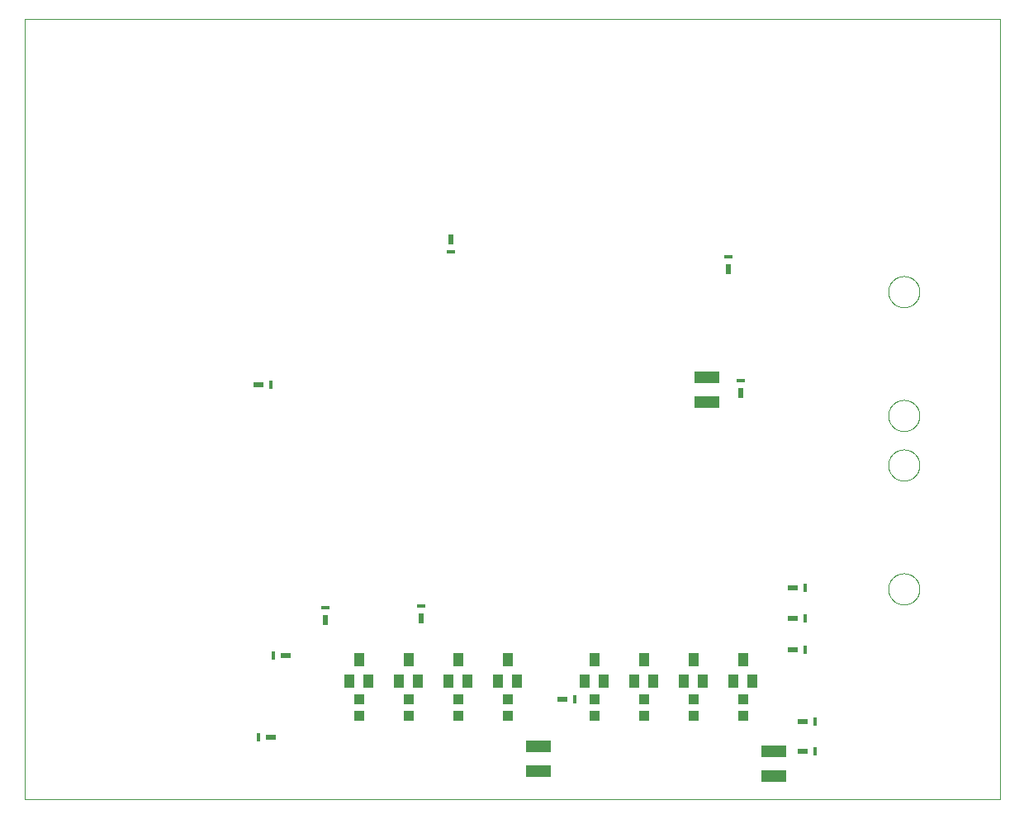
<source format=gbp>
G75*
%MOIN*%
%OFA0B0*%
%FSLAX25Y25*%
%IPPOS*%
%LPD*%
%AMOC8*
5,1,8,0,0,1.08239X$1,22.5*
%
%ADD10C,0.00000*%
%ADD11R,0.04000X0.02000*%
%ADD12R,0.01600X0.03200*%
%ADD13R,0.10000X0.05000*%
%ADD14R,0.02000X0.04000*%
%ADD15R,0.03200X0.01600*%
%ADD16R,0.03937X0.05512*%
%ADD17R,0.04331X0.03937*%
D10*
X0003000Y0106000D02*
X0003000Y0420961D01*
X0396701Y0420961D01*
X0396701Y0106000D01*
X0003000Y0106000D01*
X0351701Y0191000D02*
X0351703Y0191158D01*
X0351709Y0191316D01*
X0351719Y0191474D01*
X0351733Y0191632D01*
X0351751Y0191789D01*
X0351772Y0191946D01*
X0351798Y0192102D01*
X0351828Y0192258D01*
X0351861Y0192413D01*
X0351899Y0192566D01*
X0351940Y0192719D01*
X0351985Y0192871D01*
X0352034Y0193022D01*
X0352087Y0193171D01*
X0352143Y0193319D01*
X0352203Y0193465D01*
X0352267Y0193610D01*
X0352335Y0193753D01*
X0352406Y0193895D01*
X0352480Y0194035D01*
X0352558Y0194172D01*
X0352640Y0194308D01*
X0352724Y0194442D01*
X0352813Y0194573D01*
X0352904Y0194702D01*
X0352999Y0194829D01*
X0353096Y0194954D01*
X0353197Y0195076D01*
X0353301Y0195195D01*
X0353408Y0195312D01*
X0353518Y0195426D01*
X0353631Y0195537D01*
X0353746Y0195646D01*
X0353864Y0195751D01*
X0353985Y0195853D01*
X0354108Y0195953D01*
X0354234Y0196049D01*
X0354362Y0196142D01*
X0354492Y0196232D01*
X0354625Y0196318D01*
X0354760Y0196402D01*
X0354896Y0196481D01*
X0355035Y0196558D01*
X0355176Y0196630D01*
X0355318Y0196700D01*
X0355462Y0196765D01*
X0355608Y0196827D01*
X0355755Y0196885D01*
X0355904Y0196940D01*
X0356054Y0196991D01*
X0356205Y0197038D01*
X0356357Y0197081D01*
X0356510Y0197120D01*
X0356665Y0197156D01*
X0356820Y0197187D01*
X0356976Y0197215D01*
X0357132Y0197239D01*
X0357289Y0197259D01*
X0357447Y0197275D01*
X0357604Y0197287D01*
X0357763Y0197295D01*
X0357921Y0197299D01*
X0358079Y0197299D01*
X0358237Y0197295D01*
X0358396Y0197287D01*
X0358553Y0197275D01*
X0358711Y0197259D01*
X0358868Y0197239D01*
X0359024Y0197215D01*
X0359180Y0197187D01*
X0359335Y0197156D01*
X0359490Y0197120D01*
X0359643Y0197081D01*
X0359795Y0197038D01*
X0359946Y0196991D01*
X0360096Y0196940D01*
X0360245Y0196885D01*
X0360392Y0196827D01*
X0360538Y0196765D01*
X0360682Y0196700D01*
X0360824Y0196630D01*
X0360965Y0196558D01*
X0361104Y0196481D01*
X0361240Y0196402D01*
X0361375Y0196318D01*
X0361508Y0196232D01*
X0361638Y0196142D01*
X0361766Y0196049D01*
X0361892Y0195953D01*
X0362015Y0195853D01*
X0362136Y0195751D01*
X0362254Y0195646D01*
X0362369Y0195537D01*
X0362482Y0195426D01*
X0362592Y0195312D01*
X0362699Y0195195D01*
X0362803Y0195076D01*
X0362904Y0194954D01*
X0363001Y0194829D01*
X0363096Y0194702D01*
X0363187Y0194573D01*
X0363276Y0194442D01*
X0363360Y0194308D01*
X0363442Y0194172D01*
X0363520Y0194035D01*
X0363594Y0193895D01*
X0363665Y0193753D01*
X0363733Y0193610D01*
X0363797Y0193465D01*
X0363857Y0193319D01*
X0363913Y0193171D01*
X0363966Y0193022D01*
X0364015Y0192871D01*
X0364060Y0192719D01*
X0364101Y0192566D01*
X0364139Y0192413D01*
X0364172Y0192258D01*
X0364202Y0192102D01*
X0364228Y0191946D01*
X0364249Y0191789D01*
X0364267Y0191632D01*
X0364281Y0191474D01*
X0364291Y0191316D01*
X0364297Y0191158D01*
X0364299Y0191000D01*
X0364297Y0190842D01*
X0364291Y0190684D01*
X0364281Y0190526D01*
X0364267Y0190368D01*
X0364249Y0190211D01*
X0364228Y0190054D01*
X0364202Y0189898D01*
X0364172Y0189742D01*
X0364139Y0189587D01*
X0364101Y0189434D01*
X0364060Y0189281D01*
X0364015Y0189129D01*
X0363966Y0188978D01*
X0363913Y0188829D01*
X0363857Y0188681D01*
X0363797Y0188535D01*
X0363733Y0188390D01*
X0363665Y0188247D01*
X0363594Y0188105D01*
X0363520Y0187965D01*
X0363442Y0187828D01*
X0363360Y0187692D01*
X0363276Y0187558D01*
X0363187Y0187427D01*
X0363096Y0187298D01*
X0363001Y0187171D01*
X0362904Y0187046D01*
X0362803Y0186924D01*
X0362699Y0186805D01*
X0362592Y0186688D01*
X0362482Y0186574D01*
X0362369Y0186463D01*
X0362254Y0186354D01*
X0362136Y0186249D01*
X0362015Y0186147D01*
X0361892Y0186047D01*
X0361766Y0185951D01*
X0361638Y0185858D01*
X0361508Y0185768D01*
X0361375Y0185682D01*
X0361240Y0185598D01*
X0361104Y0185519D01*
X0360965Y0185442D01*
X0360824Y0185370D01*
X0360682Y0185300D01*
X0360538Y0185235D01*
X0360392Y0185173D01*
X0360245Y0185115D01*
X0360096Y0185060D01*
X0359946Y0185009D01*
X0359795Y0184962D01*
X0359643Y0184919D01*
X0359490Y0184880D01*
X0359335Y0184844D01*
X0359180Y0184813D01*
X0359024Y0184785D01*
X0358868Y0184761D01*
X0358711Y0184741D01*
X0358553Y0184725D01*
X0358396Y0184713D01*
X0358237Y0184705D01*
X0358079Y0184701D01*
X0357921Y0184701D01*
X0357763Y0184705D01*
X0357604Y0184713D01*
X0357447Y0184725D01*
X0357289Y0184741D01*
X0357132Y0184761D01*
X0356976Y0184785D01*
X0356820Y0184813D01*
X0356665Y0184844D01*
X0356510Y0184880D01*
X0356357Y0184919D01*
X0356205Y0184962D01*
X0356054Y0185009D01*
X0355904Y0185060D01*
X0355755Y0185115D01*
X0355608Y0185173D01*
X0355462Y0185235D01*
X0355318Y0185300D01*
X0355176Y0185370D01*
X0355035Y0185442D01*
X0354896Y0185519D01*
X0354760Y0185598D01*
X0354625Y0185682D01*
X0354492Y0185768D01*
X0354362Y0185858D01*
X0354234Y0185951D01*
X0354108Y0186047D01*
X0353985Y0186147D01*
X0353864Y0186249D01*
X0353746Y0186354D01*
X0353631Y0186463D01*
X0353518Y0186574D01*
X0353408Y0186688D01*
X0353301Y0186805D01*
X0353197Y0186924D01*
X0353096Y0187046D01*
X0352999Y0187171D01*
X0352904Y0187298D01*
X0352813Y0187427D01*
X0352724Y0187558D01*
X0352640Y0187692D01*
X0352558Y0187828D01*
X0352480Y0187965D01*
X0352406Y0188105D01*
X0352335Y0188247D01*
X0352267Y0188390D01*
X0352203Y0188535D01*
X0352143Y0188681D01*
X0352087Y0188829D01*
X0352034Y0188978D01*
X0351985Y0189129D01*
X0351940Y0189281D01*
X0351899Y0189434D01*
X0351861Y0189587D01*
X0351828Y0189742D01*
X0351798Y0189898D01*
X0351772Y0190054D01*
X0351751Y0190211D01*
X0351733Y0190368D01*
X0351719Y0190526D01*
X0351709Y0190684D01*
X0351703Y0190842D01*
X0351701Y0191000D01*
X0351701Y0241000D02*
X0351703Y0241158D01*
X0351709Y0241316D01*
X0351719Y0241474D01*
X0351733Y0241632D01*
X0351751Y0241789D01*
X0351772Y0241946D01*
X0351798Y0242102D01*
X0351828Y0242258D01*
X0351861Y0242413D01*
X0351899Y0242566D01*
X0351940Y0242719D01*
X0351985Y0242871D01*
X0352034Y0243022D01*
X0352087Y0243171D01*
X0352143Y0243319D01*
X0352203Y0243465D01*
X0352267Y0243610D01*
X0352335Y0243753D01*
X0352406Y0243895D01*
X0352480Y0244035D01*
X0352558Y0244172D01*
X0352640Y0244308D01*
X0352724Y0244442D01*
X0352813Y0244573D01*
X0352904Y0244702D01*
X0352999Y0244829D01*
X0353096Y0244954D01*
X0353197Y0245076D01*
X0353301Y0245195D01*
X0353408Y0245312D01*
X0353518Y0245426D01*
X0353631Y0245537D01*
X0353746Y0245646D01*
X0353864Y0245751D01*
X0353985Y0245853D01*
X0354108Y0245953D01*
X0354234Y0246049D01*
X0354362Y0246142D01*
X0354492Y0246232D01*
X0354625Y0246318D01*
X0354760Y0246402D01*
X0354896Y0246481D01*
X0355035Y0246558D01*
X0355176Y0246630D01*
X0355318Y0246700D01*
X0355462Y0246765D01*
X0355608Y0246827D01*
X0355755Y0246885D01*
X0355904Y0246940D01*
X0356054Y0246991D01*
X0356205Y0247038D01*
X0356357Y0247081D01*
X0356510Y0247120D01*
X0356665Y0247156D01*
X0356820Y0247187D01*
X0356976Y0247215D01*
X0357132Y0247239D01*
X0357289Y0247259D01*
X0357447Y0247275D01*
X0357604Y0247287D01*
X0357763Y0247295D01*
X0357921Y0247299D01*
X0358079Y0247299D01*
X0358237Y0247295D01*
X0358396Y0247287D01*
X0358553Y0247275D01*
X0358711Y0247259D01*
X0358868Y0247239D01*
X0359024Y0247215D01*
X0359180Y0247187D01*
X0359335Y0247156D01*
X0359490Y0247120D01*
X0359643Y0247081D01*
X0359795Y0247038D01*
X0359946Y0246991D01*
X0360096Y0246940D01*
X0360245Y0246885D01*
X0360392Y0246827D01*
X0360538Y0246765D01*
X0360682Y0246700D01*
X0360824Y0246630D01*
X0360965Y0246558D01*
X0361104Y0246481D01*
X0361240Y0246402D01*
X0361375Y0246318D01*
X0361508Y0246232D01*
X0361638Y0246142D01*
X0361766Y0246049D01*
X0361892Y0245953D01*
X0362015Y0245853D01*
X0362136Y0245751D01*
X0362254Y0245646D01*
X0362369Y0245537D01*
X0362482Y0245426D01*
X0362592Y0245312D01*
X0362699Y0245195D01*
X0362803Y0245076D01*
X0362904Y0244954D01*
X0363001Y0244829D01*
X0363096Y0244702D01*
X0363187Y0244573D01*
X0363276Y0244442D01*
X0363360Y0244308D01*
X0363442Y0244172D01*
X0363520Y0244035D01*
X0363594Y0243895D01*
X0363665Y0243753D01*
X0363733Y0243610D01*
X0363797Y0243465D01*
X0363857Y0243319D01*
X0363913Y0243171D01*
X0363966Y0243022D01*
X0364015Y0242871D01*
X0364060Y0242719D01*
X0364101Y0242566D01*
X0364139Y0242413D01*
X0364172Y0242258D01*
X0364202Y0242102D01*
X0364228Y0241946D01*
X0364249Y0241789D01*
X0364267Y0241632D01*
X0364281Y0241474D01*
X0364291Y0241316D01*
X0364297Y0241158D01*
X0364299Y0241000D01*
X0364297Y0240842D01*
X0364291Y0240684D01*
X0364281Y0240526D01*
X0364267Y0240368D01*
X0364249Y0240211D01*
X0364228Y0240054D01*
X0364202Y0239898D01*
X0364172Y0239742D01*
X0364139Y0239587D01*
X0364101Y0239434D01*
X0364060Y0239281D01*
X0364015Y0239129D01*
X0363966Y0238978D01*
X0363913Y0238829D01*
X0363857Y0238681D01*
X0363797Y0238535D01*
X0363733Y0238390D01*
X0363665Y0238247D01*
X0363594Y0238105D01*
X0363520Y0237965D01*
X0363442Y0237828D01*
X0363360Y0237692D01*
X0363276Y0237558D01*
X0363187Y0237427D01*
X0363096Y0237298D01*
X0363001Y0237171D01*
X0362904Y0237046D01*
X0362803Y0236924D01*
X0362699Y0236805D01*
X0362592Y0236688D01*
X0362482Y0236574D01*
X0362369Y0236463D01*
X0362254Y0236354D01*
X0362136Y0236249D01*
X0362015Y0236147D01*
X0361892Y0236047D01*
X0361766Y0235951D01*
X0361638Y0235858D01*
X0361508Y0235768D01*
X0361375Y0235682D01*
X0361240Y0235598D01*
X0361104Y0235519D01*
X0360965Y0235442D01*
X0360824Y0235370D01*
X0360682Y0235300D01*
X0360538Y0235235D01*
X0360392Y0235173D01*
X0360245Y0235115D01*
X0360096Y0235060D01*
X0359946Y0235009D01*
X0359795Y0234962D01*
X0359643Y0234919D01*
X0359490Y0234880D01*
X0359335Y0234844D01*
X0359180Y0234813D01*
X0359024Y0234785D01*
X0358868Y0234761D01*
X0358711Y0234741D01*
X0358553Y0234725D01*
X0358396Y0234713D01*
X0358237Y0234705D01*
X0358079Y0234701D01*
X0357921Y0234701D01*
X0357763Y0234705D01*
X0357604Y0234713D01*
X0357447Y0234725D01*
X0357289Y0234741D01*
X0357132Y0234761D01*
X0356976Y0234785D01*
X0356820Y0234813D01*
X0356665Y0234844D01*
X0356510Y0234880D01*
X0356357Y0234919D01*
X0356205Y0234962D01*
X0356054Y0235009D01*
X0355904Y0235060D01*
X0355755Y0235115D01*
X0355608Y0235173D01*
X0355462Y0235235D01*
X0355318Y0235300D01*
X0355176Y0235370D01*
X0355035Y0235442D01*
X0354896Y0235519D01*
X0354760Y0235598D01*
X0354625Y0235682D01*
X0354492Y0235768D01*
X0354362Y0235858D01*
X0354234Y0235951D01*
X0354108Y0236047D01*
X0353985Y0236147D01*
X0353864Y0236249D01*
X0353746Y0236354D01*
X0353631Y0236463D01*
X0353518Y0236574D01*
X0353408Y0236688D01*
X0353301Y0236805D01*
X0353197Y0236924D01*
X0353096Y0237046D01*
X0352999Y0237171D01*
X0352904Y0237298D01*
X0352813Y0237427D01*
X0352724Y0237558D01*
X0352640Y0237692D01*
X0352558Y0237828D01*
X0352480Y0237965D01*
X0352406Y0238105D01*
X0352335Y0238247D01*
X0352267Y0238390D01*
X0352203Y0238535D01*
X0352143Y0238681D01*
X0352087Y0238829D01*
X0352034Y0238978D01*
X0351985Y0239129D01*
X0351940Y0239281D01*
X0351899Y0239434D01*
X0351861Y0239587D01*
X0351828Y0239742D01*
X0351798Y0239898D01*
X0351772Y0240054D01*
X0351751Y0240211D01*
X0351733Y0240368D01*
X0351719Y0240526D01*
X0351709Y0240684D01*
X0351703Y0240842D01*
X0351701Y0241000D01*
X0351701Y0261000D02*
X0351703Y0261158D01*
X0351709Y0261316D01*
X0351719Y0261474D01*
X0351733Y0261632D01*
X0351751Y0261789D01*
X0351772Y0261946D01*
X0351798Y0262102D01*
X0351828Y0262258D01*
X0351861Y0262413D01*
X0351899Y0262566D01*
X0351940Y0262719D01*
X0351985Y0262871D01*
X0352034Y0263022D01*
X0352087Y0263171D01*
X0352143Y0263319D01*
X0352203Y0263465D01*
X0352267Y0263610D01*
X0352335Y0263753D01*
X0352406Y0263895D01*
X0352480Y0264035D01*
X0352558Y0264172D01*
X0352640Y0264308D01*
X0352724Y0264442D01*
X0352813Y0264573D01*
X0352904Y0264702D01*
X0352999Y0264829D01*
X0353096Y0264954D01*
X0353197Y0265076D01*
X0353301Y0265195D01*
X0353408Y0265312D01*
X0353518Y0265426D01*
X0353631Y0265537D01*
X0353746Y0265646D01*
X0353864Y0265751D01*
X0353985Y0265853D01*
X0354108Y0265953D01*
X0354234Y0266049D01*
X0354362Y0266142D01*
X0354492Y0266232D01*
X0354625Y0266318D01*
X0354760Y0266402D01*
X0354896Y0266481D01*
X0355035Y0266558D01*
X0355176Y0266630D01*
X0355318Y0266700D01*
X0355462Y0266765D01*
X0355608Y0266827D01*
X0355755Y0266885D01*
X0355904Y0266940D01*
X0356054Y0266991D01*
X0356205Y0267038D01*
X0356357Y0267081D01*
X0356510Y0267120D01*
X0356665Y0267156D01*
X0356820Y0267187D01*
X0356976Y0267215D01*
X0357132Y0267239D01*
X0357289Y0267259D01*
X0357447Y0267275D01*
X0357604Y0267287D01*
X0357763Y0267295D01*
X0357921Y0267299D01*
X0358079Y0267299D01*
X0358237Y0267295D01*
X0358396Y0267287D01*
X0358553Y0267275D01*
X0358711Y0267259D01*
X0358868Y0267239D01*
X0359024Y0267215D01*
X0359180Y0267187D01*
X0359335Y0267156D01*
X0359490Y0267120D01*
X0359643Y0267081D01*
X0359795Y0267038D01*
X0359946Y0266991D01*
X0360096Y0266940D01*
X0360245Y0266885D01*
X0360392Y0266827D01*
X0360538Y0266765D01*
X0360682Y0266700D01*
X0360824Y0266630D01*
X0360965Y0266558D01*
X0361104Y0266481D01*
X0361240Y0266402D01*
X0361375Y0266318D01*
X0361508Y0266232D01*
X0361638Y0266142D01*
X0361766Y0266049D01*
X0361892Y0265953D01*
X0362015Y0265853D01*
X0362136Y0265751D01*
X0362254Y0265646D01*
X0362369Y0265537D01*
X0362482Y0265426D01*
X0362592Y0265312D01*
X0362699Y0265195D01*
X0362803Y0265076D01*
X0362904Y0264954D01*
X0363001Y0264829D01*
X0363096Y0264702D01*
X0363187Y0264573D01*
X0363276Y0264442D01*
X0363360Y0264308D01*
X0363442Y0264172D01*
X0363520Y0264035D01*
X0363594Y0263895D01*
X0363665Y0263753D01*
X0363733Y0263610D01*
X0363797Y0263465D01*
X0363857Y0263319D01*
X0363913Y0263171D01*
X0363966Y0263022D01*
X0364015Y0262871D01*
X0364060Y0262719D01*
X0364101Y0262566D01*
X0364139Y0262413D01*
X0364172Y0262258D01*
X0364202Y0262102D01*
X0364228Y0261946D01*
X0364249Y0261789D01*
X0364267Y0261632D01*
X0364281Y0261474D01*
X0364291Y0261316D01*
X0364297Y0261158D01*
X0364299Y0261000D01*
X0364297Y0260842D01*
X0364291Y0260684D01*
X0364281Y0260526D01*
X0364267Y0260368D01*
X0364249Y0260211D01*
X0364228Y0260054D01*
X0364202Y0259898D01*
X0364172Y0259742D01*
X0364139Y0259587D01*
X0364101Y0259434D01*
X0364060Y0259281D01*
X0364015Y0259129D01*
X0363966Y0258978D01*
X0363913Y0258829D01*
X0363857Y0258681D01*
X0363797Y0258535D01*
X0363733Y0258390D01*
X0363665Y0258247D01*
X0363594Y0258105D01*
X0363520Y0257965D01*
X0363442Y0257828D01*
X0363360Y0257692D01*
X0363276Y0257558D01*
X0363187Y0257427D01*
X0363096Y0257298D01*
X0363001Y0257171D01*
X0362904Y0257046D01*
X0362803Y0256924D01*
X0362699Y0256805D01*
X0362592Y0256688D01*
X0362482Y0256574D01*
X0362369Y0256463D01*
X0362254Y0256354D01*
X0362136Y0256249D01*
X0362015Y0256147D01*
X0361892Y0256047D01*
X0361766Y0255951D01*
X0361638Y0255858D01*
X0361508Y0255768D01*
X0361375Y0255682D01*
X0361240Y0255598D01*
X0361104Y0255519D01*
X0360965Y0255442D01*
X0360824Y0255370D01*
X0360682Y0255300D01*
X0360538Y0255235D01*
X0360392Y0255173D01*
X0360245Y0255115D01*
X0360096Y0255060D01*
X0359946Y0255009D01*
X0359795Y0254962D01*
X0359643Y0254919D01*
X0359490Y0254880D01*
X0359335Y0254844D01*
X0359180Y0254813D01*
X0359024Y0254785D01*
X0358868Y0254761D01*
X0358711Y0254741D01*
X0358553Y0254725D01*
X0358396Y0254713D01*
X0358237Y0254705D01*
X0358079Y0254701D01*
X0357921Y0254701D01*
X0357763Y0254705D01*
X0357604Y0254713D01*
X0357447Y0254725D01*
X0357289Y0254741D01*
X0357132Y0254761D01*
X0356976Y0254785D01*
X0356820Y0254813D01*
X0356665Y0254844D01*
X0356510Y0254880D01*
X0356357Y0254919D01*
X0356205Y0254962D01*
X0356054Y0255009D01*
X0355904Y0255060D01*
X0355755Y0255115D01*
X0355608Y0255173D01*
X0355462Y0255235D01*
X0355318Y0255300D01*
X0355176Y0255370D01*
X0355035Y0255442D01*
X0354896Y0255519D01*
X0354760Y0255598D01*
X0354625Y0255682D01*
X0354492Y0255768D01*
X0354362Y0255858D01*
X0354234Y0255951D01*
X0354108Y0256047D01*
X0353985Y0256147D01*
X0353864Y0256249D01*
X0353746Y0256354D01*
X0353631Y0256463D01*
X0353518Y0256574D01*
X0353408Y0256688D01*
X0353301Y0256805D01*
X0353197Y0256924D01*
X0353096Y0257046D01*
X0352999Y0257171D01*
X0352904Y0257298D01*
X0352813Y0257427D01*
X0352724Y0257558D01*
X0352640Y0257692D01*
X0352558Y0257828D01*
X0352480Y0257965D01*
X0352406Y0258105D01*
X0352335Y0258247D01*
X0352267Y0258390D01*
X0352203Y0258535D01*
X0352143Y0258681D01*
X0352087Y0258829D01*
X0352034Y0258978D01*
X0351985Y0259129D01*
X0351940Y0259281D01*
X0351899Y0259434D01*
X0351861Y0259587D01*
X0351828Y0259742D01*
X0351798Y0259898D01*
X0351772Y0260054D01*
X0351751Y0260211D01*
X0351733Y0260368D01*
X0351719Y0260526D01*
X0351709Y0260684D01*
X0351703Y0260842D01*
X0351701Y0261000D01*
X0351701Y0311000D02*
X0351703Y0311158D01*
X0351709Y0311316D01*
X0351719Y0311474D01*
X0351733Y0311632D01*
X0351751Y0311789D01*
X0351772Y0311946D01*
X0351798Y0312102D01*
X0351828Y0312258D01*
X0351861Y0312413D01*
X0351899Y0312566D01*
X0351940Y0312719D01*
X0351985Y0312871D01*
X0352034Y0313022D01*
X0352087Y0313171D01*
X0352143Y0313319D01*
X0352203Y0313465D01*
X0352267Y0313610D01*
X0352335Y0313753D01*
X0352406Y0313895D01*
X0352480Y0314035D01*
X0352558Y0314172D01*
X0352640Y0314308D01*
X0352724Y0314442D01*
X0352813Y0314573D01*
X0352904Y0314702D01*
X0352999Y0314829D01*
X0353096Y0314954D01*
X0353197Y0315076D01*
X0353301Y0315195D01*
X0353408Y0315312D01*
X0353518Y0315426D01*
X0353631Y0315537D01*
X0353746Y0315646D01*
X0353864Y0315751D01*
X0353985Y0315853D01*
X0354108Y0315953D01*
X0354234Y0316049D01*
X0354362Y0316142D01*
X0354492Y0316232D01*
X0354625Y0316318D01*
X0354760Y0316402D01*
X0354896Y0316481D01*
X0355035Y0316558D01*
X0355176Y0316630D01*
X0355318Y0316700D01*
X0355462Y0316765D01*
X0355608Y0316827D01*
X0355755Y0316885D01*
X0355904Y0316940D01*
X0356054Y0316991D01*
X0356205Y0317038D01*
X0356357Y0317081D01*
X0356510Y0317120D01*
X0356665Y0317156D01*
X0356820Y0317187D01*
X0356976Y0317215D01*
X0357132Y0317239D01*
X0357289Y0317259D01*
X0357447Y0317275D01*
X0357604Y0317287D01*
X0357763Y0317295D01*
X0357921Y0317299D01*
X0358079Y0317299D01*
X0358237Y0317295D01*
X0358396Y0317287D01*
X0358553Y0317275D01*
X0358711Y0317259D01*
X0358868Y0317239D01*
X0359024Y0317215D01*
X0359180Y0317187D01*
X0359335Y0317156D01*
X0359490Y0317120D01*
X0359643Y0317081D01*
X0359795Y0317038D01*
X0359946Y0316991D01*
X0360096Y0316940D01*
X0360245Y0316885D01*
X0360392Y0316827D01*
X0360538Y0316765D01*
X0360682Y0316700D01*
X0360824Y0316630D01*
X0360965Y0316558D01*
X0361104Y0316481D01*
X0361240Y0316402D01*
X0361375Y0316318D01*
X0361508Y0316232D01*
X0361638Y0316142D01*
X0361766Y0316049D01*
X0361892Y0315953D01*
X0362015Y0315853D01*
X0362136Y0315751D01*
X0362254Y0315646D01*
X0362369Y0315537D01*
X0362482Y0315426D01*
X0362592Y0315312D01*
X0362699Y0315195D01*
X0362803Y0315076D01*
X0362904Y0314954D01*
X0363001Y0314829D01*
X0363096Y0314702D01*
X0363187Y0314573D01*
X0363276Y0314442D01*
X0363360Y0314308D01*
X0363442Y0314172D01*
X0363520Y0314035D01*
X0363594Y0313895D01*
X0363665Y0313753D01*
X0363733Y0313610D01*
X0363797Y0313465D01*
X0363857Y0313319D01*
X0363913Y0313171D01*
X0363966Y0313022D01*
X0364015Y0312871D01*
X0364060Y0312719D01*
X0364101Y0312566D01*
X0364139Y0312413D01*
X0364172Y0312258D01*
X0364202Y0312102D01*
X0364228Y0311946D01*
X0364249Y0311789D01*
X0364267Y0311632D01*
X0364281Y0311474D01*
X0364291Y0311316D01*
X0364297Y0311158D01*
X0364299Y0311000D01*
X0364297Y0310842D01*
X0364291Y0310684D01*
X0364281Y0310526D01*
X0364267Y0310368D01*
X0364249Y0310211D01*
X0364228Y0310054D01*
X0364202Y0309898D01*
X0364172Y0309742D01*
X0364139Y0309587D01*
X0364101Y0309434D01*
X0364060Y0309281D01*
X0364015Y0309129D01*
X0363966Y0308978D01*
X0363913Y0308829D01*
X0363857Y0308681D01*
X0363797Y0308535D01*
X0363733Y0308390D01*
X0363665Y0308247D01*
X0363594Y0308105D01*
X0363520Y0307965D01*
X0363442Y0307828D01*
X0363360Y0307692D01*
X0363276Y0307558D01*
X0363187Y0307427D01*
X0363096Y0307298D01*
X0363001Y0307171D01*
X0362904Y0307046D01*
X0362803Y0306924D01*
X0362699Y0306805D01*
X0362592Y0306688D01*
X0362482Y0306574D01*
X0362369Y0306463D01*
X0362254Y0306354D01*
X0362136Y0306249D01*
X0362015Y0306147D01*
X0361892Y0306047D01*
X0361766Y0305951D01*
X0361638Y0305858D01*
X0361508Y0305768D01*
X0361375Y0305682D01*
X0361240Y0305598D01*
X0361104Y0305519D01*
X0360965Y0305442D01*
X0360824Y0305370D01*
X0360682Y0305300D01*
X0360538Y0305235D01*
X0360392Y0305173D01*
X0360245Y0305115D01*
X0360096Y0305060D01*
X0359946Y0305009D01*
X0359795Y0304962D01*
X0359643Y0304919D01*
X0359490Y0304880D01*
X0359335Y0304844D01*
X0359180Y0304813D01*
X0359024Y0304785D01*
X0358868Y0304761D01*
X0358711Y0304741D01*
X0358553Y0304725D01*
X0358396Y0304713D01*
X0358237Y0304705D01*
X0358079Y0304701D01*
X0357921Y0304701D01*
X0357763Y0304705D01*
X0357604Y0304713D01*
X0357447Y0304725D01*
X0357289Y0304741D01*
X0357132Y0304761D01*
X0356976Y0304785D01*
X0356820Y0304813D01*
X0356665Y0304844D01*
X0356510Y0304880D01*
X0356357Y0304919D01*
X0356205Y0304962D01*
X0356054Y0305009D01*
X0355904Y0305060D01*
X0355755Y0305115D01*
X0355608Y0305173D01*
X0355462Y0305235D01*
X0355318Y0305300D01*
X0355176Y0305370D01*
X0355035Y0305442D01*
X0354896Y0305519D01*
X0354760Y0305598D01*
X0354625Y0305682D01*
X0354492Y0305768D01*
X0354362Y0305858D01*
X0354234Y0305951D01*
X0354108Y0306047D01*
X0353985Y0306147D01*
X0353864Y0306249D01*
X0353746Y0306354D01*
X0353631Y0306463D01*
X0353518Y0306574D01*
X0353408Y0306688D01*
X0353301Y0306805D01*
X0353197Y0306924D01*
X0353096Y0307046D01*
X0352999Y0307171D01*
X0352904Y0307298D01*
X0352813Y0307427D01*
X0352724Y0307558D01*
X0352640Y0307692D01*
X0352558Y0307828D01*
X0352480Y0307965D01*
X0352406Y0308105D01*
X0352335Y0308247D01*
X0352267Y0308390D01*
X0352203Y0308535D01*
X0352143Y0308681D01*
X0352087Y0308829D01*
X0352034Y0308978D01*
X0351985Y0309129D01*
X0351940Y0309281D01*
X0351899Y0309434D01*
X0351861Y0309587D01*
X0351828Y0309742D01*
X0351798Y0309898D01*
X0351772Y0310054D01*
X0351751Y0310211D01*
X0351733Y0310368D01*
X0351719Y0310526D01*
X0351709Y0310684D01*
X0351703Y0310842D01*
X0351701Y0311000D01*
D11*
X0313000Y0191500D03*
X0313000Y0179000D03*
X0313000Y0166500D03*
X0317000Y0137500D03*
X0317000Y0125500D03*
X0220000Y0146500D03*
X0108500Y0164000D03*
X0102500Y0131000D03*
X0097500Y0273500D03*
D12*
X0102500Y0273500D03*
X0103500Y0164000D03*
X0097500Y0131000D03*
X0225000Y0146500D03*
X0318000Y0166500D03*
X0318000Y0179000D03*
X0318000Y0191500D03*
X0322000Y0137500D03*
X0322000Y0125500D03*
D13*
X0305500Y0125500D03*
X0305500Y0115500D03*
X0210500Y0117500D03*
X0210500Y0127500D03*
X0278500Y0266500D03*
X0278500Y0276500D03*
D14*
X0292000Y0270000D03*
X0287000Y0320000D03*
X0175000Y0332000D03*
X0163000Y0179000D03*
X0124500Y0178500D03*
D15*
X0124500Y0183500D03*
X0163000Y0184000D03*
X0175000Y0327000D03*
X0287000Y0325000D03*
X0292000Y0275000D03*
D16*
X0293000Y0162331D03*
X0289260Y0153669D03*
X0296740Y0153669D03*
X0276740Y0153669D03*
X0269260Y0153669D03*
X0273000Y0162331D03*
X0256740Y0153669D03*
X0249260Y0153669D03*
X0253000Y0162331D03*
X0236740Y0153669D03*
X0229260Y0153669D03*
X0233000Y0162331D03*
X0201740Y0153669D03*
X0194260Y0153669D03*
X0198000Y0162331D03*
X0181740Y0153669D03*
X0174260Y0153669D03*
X0178000Y0162331D03*
X0161740Y0153669D03*
X0154260Y0153669D03*
X0158000Y0162331D03*
X0141740Y0153669D03*
X0134260Y0153669D03*
X0138000Y0162331D03*
D17*
X0138000Y0146346D03*
X0138000Y0139654D03*
X0158000Y0139654D03*
X0158000Y0146346D03*
X0178000Y0146346D03*
X0178000Y0139654D03*
X0198000Y0139654D03*
X0198000Y0146346D03*
X0233000Y0146346D03*
X0233000Y0139654D03*
X0253000Y0139654D03*
X0253000Y0146346D03*
X0273000Y0146346D03*
X0273000Y0139654D03*
X0293000Y0139654D03*
X0293000Y0146346D03*
M02*

</source>
